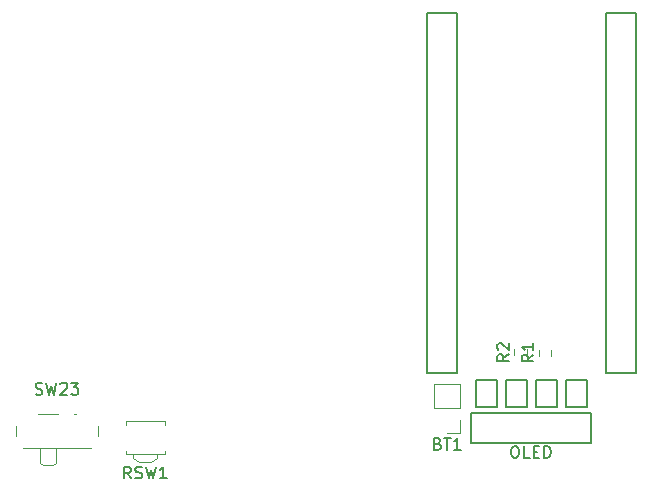
<source format=gto>
G04 #@! TF.GenerationSoftware,KiCad,Pcbnew,5.1.9*
G04 #@! TF.CreationDate,2021-04-16T07:13:37-05:00*
G04 #@! TF.ProjectId,artboard,61727462-6f61-4726-942e-6b696361645f,2.0*
G04 #@! TF.SameCoordinates,Original*
G04 #@! TF.FileFunction,Legend,Top*
G04 #@! TF.FilePolarity,Positive*
%FSLAX46Y46*%
G04 Gerber Fmt 4.6, Leading zero omitted, Abs format (unit mm)*
G04 Created by KiCad (PCBNEW 5.1.9) date 2021-04-16 07:13:37*
%MOMM*%
%LPD*%
G01*
G04 APERTURE LIST*
%ADD10C,0.120000*%
%ADD11C,0.150000*%
G04 APERTURE END LIST*
D10*
X115378300Y-65555724D02*
X115378300Y-65046276D01*
X116423300Y-65555724D02*
X116423300Y-65046276D01*
X117435700Y-65581124D02*
X117435700Y-65071676D01*
X118480700Y-65581124D02*
X118480700Y-65071676D01*
D11*
X123165100Y-67040900D02*
X123165100Y-36560900D01*
X125705100Y-67040900D02*
X123165100Y-67040900D01*
X125705100Y-36560900D02*
X125705100Y-67040900D01*
X123165100Y-36560900D02*
X125705100Y-36560900D01*
X107945100Y-67040900D02*
X107945100Y-36560900D01*
X110485100Y-67040900D02*
X107945100Y-67040900D01*
X110485100Y-36560900D02*
X110485100Y-67040900D01*
X107945100Y-36560900D02*
X110485100Y-36560900D01*
D10*
X84612700Y-74627300D02*
X85112700Y-74247300D01*
X85112700Y-74247300D02*
X85112700Y-73927300D01*
X84612700Y-74627300D02*
X83612700Y-74627300D01*
X83612700Y-74627300D02*
X83112700Y-74247300D01*
X83112700Y-74247300D02*
X83112700Y-73927300D01*
X85762700Y-71127300D02*
X82462700Y-71127300D01*
X85762700Y-71427300D02*
X85762700Y-71127300D01*
X82462700Y-71127300D02*
X82462700Y-71427300D01*
X85762700Y-73627300D02*
X85762700Y-73927300D01*
X85762700Y-73927300D02*
X82462700Y-73927300D01*
X82462700Y-73927300D02*
X82462700Y-73627300D01*
X80095100Y-72358300D02*
X80095100Y-71568300D01*
X73195100Y-71568300D02*
X73195100Y-72358300D01*
X75045100Y-70518300D02*
X76745100Y-70518300D01*
X73795100Y-73368300D02*
X79495100Y-73368300D01*
X76545100Y-74658300D02*
X76545100Y-73368300D01*
X75445100Y-74868300D02*
X76345100Y-74868300D01*
X75245100Y-73368300D02*
X75245100Y-74658300D01*
X76545100Y-74658300D02*
X76345100Y-74868300D01*
X75245100Y-74658300D02*
X75445100Y-74868300D01*
X78045100Y-70518300D02*
X78245100Y-70518300D01*
D11*
X119710800Y-67676200D02*
X121488800Y-67676200D01*
X119710800Y-69962200D02*
X119710800Y-67676200D01*
X121488800Y-69962200D02*
X119710800Y-69962200D01*
X121488800Y-67676200D02*
X121488800Y-69962200D01*
X117170800Y-67676200D02*
X118948800Y-67676200D01*
X117170800Y-69962200D02*
X117170800Y-67676200D01*
X118948800Y-69962200D02*
X117170800Y-69962200D01*
X118948800Y-67676200D02*
X118948800Y-69962200D01*
X114643500Y-67676200D02*
X116421500Y-67676200D01*
X114643500Y-69962200D02*
X114643500Y-67676200D01*
X116421500Y-69962200D02*
X114643500Y-69962200D01*
X116421500Y-67676200D02*
X116421500Y-69962200D01*
X112103500Y-67676200D02*
X113881500Y-67676200D01*
X112103500Y-69962200D02*
X112103500Y-67676200D01*
X113881500Y-69962200D02*
X112103500Y-69962200D01*
X113881500Y-67676200D02*
X113881500Y-69962200D01*
X121844400Y-70419100D02*
X111684400Y-70419100D01*
X121844400Y-72959100D02*
X111684400Y-72959100D01*
X111684400Y-72959100D02*
X111684400Y-70419100D01*
X121844400Y-70419100D02*
X121844400Y-72959100D01*
D10*
X110725100Y-72114100D02*
X109665100Y-72114100D01*
X110725100Y-71054100D02*
X110725100Y-72114100D01*
X110725100Y-70054100D02*
X108605100Y-70054100D01*
X108605100Y-70054100D02*
X108605100Y-67994100D01*
X110725100Y-70054100D02*
X110725100Y-67994100D01*
X110725100Y-67994100D02*
X108605100Y-67994100D01*
D11*
X114923180Y-65467666D02*
X114446990Y-65801000D01*
X114923180Y-66039095D02*
X113923180Y-66039095D01*
X113923180Y-65658142D01*
X113970800Y-65562904D01*
X114018419Y-65515285D01*
X114113657Y-65467666D01*
X114256514Y-65467666D01*
X114351752Y-65515285D01*
X114399371Y-65562904D01*
X114446990Y-65658142D01*
X114446990Y-66039095D01*
X114018419Y-65086714D02*
X113970800Y-65039095D01*
X113923180Y-64943857D01*
X113923180Y-64705761D01*
X113970800Y-64610523D01*
X114018419Y-64562904D01*
X114113657Y-64515285D01*
X114208895Y-64515285D01*
X114351752Y-64562904D01*
X114923180Y-65134333D01*
X114923180Y-64515285D01*
X116980580Y-65493066D02*
X116504390Y-65826400D01*
X116980580Y-66064495D02*
X115980580Y-66064495D01*
X115980580Y-65683542D01*
X116028200Y-65588304D01*
X116075819Y-65540685D01*
X116171057Y-65493066D01*
X116313914Y-65493066D01*
X116409152Y-65540685D01*
X116456771Y-65588304D01*
X116504390Y-65683542D01*
X116504390Y-66064495D01*
X116980580Y-64540685D02*
X116980580Y-65112114D01*
X116980580Y-64826400D02*
X115980580Y-64826400D01*
X116123438Y-64921638D01*
X116218676Y-65016876D01*
X116266295Y-65112114D01*
X82898414Y-75979680D02*
X82565080Y-75503490D01*
X82326985Y-75979680D02*
X82326985Y-74979680D01*
X82707938Y-74979680D01*
X82803176Y-75027300D01*
X82850795Y-75074919D01*
X82898414Y-75170157D01*
X82898414Y-75313014D01*
X82850795Y-75408252D01*
X82803176Y-75455871D01*
X82707938Y-75503490D01*
X82326985Y-75503490D01*
X83279366Y-75932061D02*
X83422223Y-75979680D01*
X83660319Y-75979680D01*
X83755557Y-75932061D01*
X83803176Y-75884442D01*
X83850795Y-75789204D01*
X83850795Y-75693966D01*
X83803176Y-75598728D01*
X83755557Y-75551109D01*
X83660319Y-75503490D01*
X83469842Y-75455871D01*
X83374604Y-75408252D01*
X83326985Y-75360633D01*
X83279366Y-75265395D01*
X83279366Y-75170157D01*
X83326985Y-75074919D01*
X83374604Y-75027300D01*
X83469842Y-74979680D01*
X83707938Y-74979680D01*
X83850795Y-75027300D01*
X84184128Y-74979680D02*
X84422223Y-75979680D01*
X84612700Y-75265395D01*
X84803176Y-75979680D01*
X85041271Y-74979680D01*
X85946033Y-75979680D02*
X85374604Y-75979680D01*
X85660319Y-75979680D02*
X85660319Y-74979680D01*
X85565080Y-75122538D01*
X85469842Y-75217776D01*
X85374604Y-75265395D01*
X74835576Y-68843061D02*
X74978433Y-68890680D01*
X75216528Y-68890680D01*
X75311766Y-68843061D01*
X75359385Y-68795442D01*
X75407004Y-68700204D01*
X75407004Y-68604966D01*
X75359385Y-68509728D01*
X75311766Y-68462109D01*
X75216528Y-68414490D01*
X75026052Y-68366871D01*
X74930814Y-68319252D01*
X74883195Y-68271633D01*
X74835576Y-68176395D01*
X74835576Y-68081157D01*
X74883195Y-67985919D01*
X74930814Y-67938300D01*
X75026052Y-67890680D01*
X75264147Y-67890680D01*
X75407004Y-67938300D01*
X75740338Y-67890680D02*
X75978433Y-68890680D01*
X76168909Y-68176395D01*
X76359385Y-68890680D01*
X76597480Y-67890680D01*
X76930814Y-67985919D02*
X76978433Y-67938300D01*
X77073671Y-67890680D01*
X77311766Y-67890680D01*
X77407004Y-67938300D01*
X77454623Y-67985919D01*
X77502242Y-68081157D01*
X77502242Y-68176395D01*
X77454623Y-68319252D01*
X76883195Y-68890680D01*
X77502242Y-68890680D01*
X77835576Y-67890680D02*
X78454623Y-67890680D01*
X78121290Y-68271633D01*
X78264147Y-68271633D01*
X78359385Y-68319252D01*
X78407004Y-68366871D01*
X78454623Y-68462109D01*
X78454623Y-68700204D01*
X78407004Y-68795442D01*
X78359385Y-68843061D01*
X78264147Y-68890680D01*
X77978433Y-68890680D01*
X77883195Y-68843061D01*
X77835576Y-68795442D01*
X115322019Y-73241480D02*
X115512495Y-73241480D01*
X115607733Y-73289100D01*
X115702971Y-73384338D01*
X115750590Y-73574814D01*
X115750590Y-73908147D01*
X115702971Y-74098623D01*
X115607733Y-74193861D01*
X115512495Y-74241480D01*
X115322019Y-74241480D01*
X115226780Y-74193861D01*
X115131542Y-74098623D01*
X115083923Y-73908147D01*
X115083923Y-73574814D01*
X115131542Y-73384338D01*
X115226780Y-73289100D01*
X115322019Y-73241480D01*
X116655352Y-74241480D02*
X116179161Y-74241480D01*
X116179161Y-73241480D01*
X116988685Y-73717671D02*
X117322019Y-73717671D01*
X117464876Y-74241480D02*
X116988685Y-74241480D01*
X116988685Y-73241480D01*
X117464876Y-73241480D01*
X117893447Y-74241480D02*
X117893447Y-73241480D01*
X118131542Y-73241480D01*
X118274400Y-73289100D01*
X118369638Y-73384338D01*
X118417257Y-73479576D01*
X118464876Y-73670052D01*
X118464876Y-73812909D01*
X118417257Y-74003385D01*
X118369638Y-74098623D01*
X118274400Y-74193861D01*
X118131542Y-74241480D01*
X117893447Y-74241480D01*
X108879385Y-73042671D02*
X109022242Y-73090290D01*
X109069861Y-73137909D01*
X109117480Y-73233147D01*
X109117480Y-73376004D01*
X109069861Y-73471242D01*
X109022242Y-73518861D01*
X108927004Y-73566480D01*
X108546052Y-73566480D01*
X108546052Y-72566480D01*
X108879385Y-72566480D01*
X108974623Y-72614100D01*
X109022242Y-72661719D01*
X109069861Y-72756957D01*
X109069861Y-72852195D01*
X109022242Y-72947433D01*
X108974623Y-72995052D01*
X108879385Y-73042671D01*
X108546052Y-73042671D01*
X109403195Y-72566480D02*
X109974623Y-72566480D01*
X109688909Y-73566480D02*
X109688909Y-72566480D01*
X110831766Y-73566480D02*
X110260338Y-73566480D01*
X110546052Y-73566480D02*
X110546052Y-72566480D01*
X110450814Y-72709338D01*
X110355576Y-72804576D01*
X110260338Y-72852195D01*
M02*

</source>
